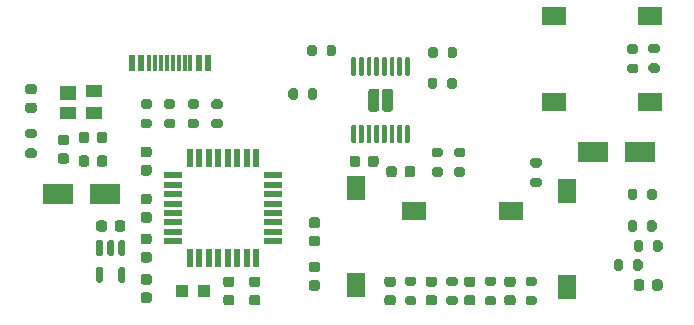
<source format=gbr>
G04 #@! TF.GenerationSoftware,KiCad,Pcbnew,(5.1.6-dirty)*
G04 #@! TF.CreationDate,2021-05-02T11:55:31+02:00*
G04 #@! TF.ProjectId,reva,72657661-2e6b-4696-9361-645f70636258,rev?*
G04 #@! TF.SameCoordinates,Original*
G04 #@! TF.FileFunction,Paste,Top*
G04 #@! TF.FilePolarity,Positive*
%FSLAX46Y46*%
G04 Gerber Fmt 4.6, Leading zero omitted, Abs format (unit mm)*
G04 Created by KiCad (PCBNEW (5.1.6-dirty)) date 2021-05-02 11:55:31*
%MOMM*%
%LPD*%
G01*
G04 APERTURE LIST*
%ADD10R,2.000000X1.500000*%
%ADD11R,1.500000X2.000000*%
%ADD12R,2.500000X1.800000*%
%ADD13R,1.400000X1.000000*%
%ADD14R,1.400000X1.200000*%
%ADD15R,1.050000X1.100000*%
%ADD16R,0.550000X1.450000*%
%ADD17R,0.500000X1.450000*%
%ADD18R,0.300000X1.450000*%
%ADD19R,1.600000X0.550000*%
%ADD20R,0.550000X1.600000*%
G04 APERTURE END LIST*
D10*
G04 #@! TO.C,SW1*
X157700000Y-95200000D03*
X165900000Y-95200000D03*
G04 #@! TD*
G04 #@! TO.C,R22*
G36*
G01*
X160500000Y-84700000D02*
X160500000Y-84150000D01*
G75*
G02*
X160700000Y-83950000I200000J0D01*
G01*
X161100000Y-83950000D01*
G75*
G02*
X161300000Y-84150000I0J-200000D01*
G01*
X161300000Y-84700000D01*
G75*
G02*
X161100000Y-84900000I-200000J0D01*
G01*
X160700000Y-84900000D01*
G75*
G02*
X160500000Y-84700000I0J200000D01*
G01*
G37*
G36*
G01*
X158850000Y-84700000D02*
X158850000Y-84150000D01*
G75*
G02*
X159050000Y-83950000I200000J0D01*
G01*
X159450000Y-83950000D01*
G75*
G02*
X159650000Y-84150000I0J-200000D01*
G01*
X159650000Y-84700000D01*
G75*
G02*
X159450000Y-84900000I-200000J0D01*
G01*
X159050000Y-84900000D01*
G75*
G02*
X158850000Y-84700000I0J200000D01*
G01*
G37*
G04 #@! TD*
G04 #@! TO.C,SW5*
X177700000Y-86000000D03*
X169500000Y-86000000D03*
G04 #@! TD*
G04 #@! TO.C,SW4*
X177700000Y-78750000D03*
X169500000Y-78750000D03*
G04 #@! TD*
D11*
G04 #@! TO.C,SW3*
X170600000Y-93500000D03*
X170600000Y-101700000D03*
G04 #@! TD*
G04 #@! TO.C,SW2*
X152800000Y-93300000D03*
X152800000Y-101500000D03*
G04 #@! TD*
G04 #@! TO.C,R21*
G36*
G01*
X177425000Y-94075000D02*
X177425000Y-93525000D01*
G75*
G02*
X177625000Y-93325000I200000J0D01*
G01*
X178025000Y-93325000D01*
G75*
G02*
X178225000Y-93525000I0J-200000D01*
G01*
X178225000Y-94075000D01*
G75*
G02*
X178025000Y-94275000I-200000J0D01*
G01*
X177625000Y-94275000D01*
G75*
G02*
X177425000Y-94075000I0J200000D01*
G01*
G37*
G36*
G01*
X175775000Y-94075000D02*
X175775000Y-93525000D01*
G75*
G02*
X175975000Y-93325000I200000J0D01*
G01*
X176375000Y-93325000D01*
G75*
G02*
X176575000Y-93525000I0J-200000D01*
G01*
X176575000Y-94075000D01*
G75*
G02*
X176375000Y-94275000I-200000J0D01*
G01*
X175975000Y-94275000D01*
G75*
G02*
X175775000Y-94075000I0J200000D01*
G01*
G37*
G04 #@! TD*
G04 #@! TO.C,R20*
G36*
G01*
X177425000Y-96775000D02*
X177425000Y-96225000D01*
G75*
G02*
X177625000Y-96025000I200000J0D01*
G01*
X178025000Y-96025000D01*
G75*
G02*
X178225000Y-96225000I0J-200000D01*
G01*
X178225000Y-96775000D01*
G75*
G02*
X178025000Y-96975000I-200000J0D01*
G01*
X177625000Y-96975000D01*
G75*
G02*
X177425000Y-96775000I0J200000D01*
G01*
G37*
G36*
G01*
X175775000Y-96775000D02*
X175775000Y-96225000D01*
G75*
G02*
X175975000Y-96025000I200000J0D01*
G01*
X176375000Y-96025000D01*
G75*
G02*
X176575000Y-96225000I0J-200000D01*
G01*
X176575000Y-96775000D01*
G75*
G02*
X176375000Y-96975000I-200000J0D01*
G01*
X175975000Y-96975000D01*
G75*
G02*
X175775000Y-96775000I0J200000D01*
G01*
G37*
G04 #@! TD*
G04 #@! TO.C,R19*
G36*
G01*
X124975000Y-89925000D02*
X125525000Y-89925000D01*
G75*
G02*
X125725000Y-90125000I0J-200000D01*
G01*
X125725000Y-90525000D01*
G75*
G02*
X125525000Y-90725000I-200000J0D01*
G01*
X124975000Y-90725000D01*
G75*
G02*
X124775000Y-90525000I0J200000D01*
G01*
X124775000Y-90125000D01*
G75*
G02*
X124975000Y-89925000I200000J0D01*
G01*
G37*
G36*
G01*
X124975000Y-88275000D02*
X125525000Y-88275000D01*
G75*
G02*
X125725000Y-88475000I0J-200000D01*
G01*
X125725000Y-88875000D01*
G75*
G02*
X125525000Y-89075000I-200000J0D01*
G01*
X124975000Y-89075000D01*
G75*
G02*
X124775000Y-88875000I0J200000D01*
G01*
X124775000Y-88475000D01*
G75*
G02*
X124975000Y-88275000I200000J0D01*
G01*
G37*
G04 #@! TD*
G04 #@! TO.C,R18*
G36*
G01*
X148700000Y-85600000D02*
X148700000Y-85050000D01*
G75*
G02*
X148900000Y-84850000I200000J0D01*
G01*
X149300000Y-84850000D01*
G75*
G02*
X149500000Y-85050000I0J-200000D01*
G01*
X149500000Y-85600000D01*
G75*
G02*
X149300000Y-85800000I-200000J0D01*
G01*
X148900000Y-85800000D01*
G75*
G02*
X148700000Y-85600000I0J200000D01*
G01*
G37*
G36*
G01*
X147050000Y-85600000D02*
X147050000Y-85050000D01*
G75*
G02*
X147250000Y-84850000I200000J0D01*
G01*
X147650000Y-84850000D01*
G75*
G02*
X147850000Y-85050000I0J-200000D01*
G01*
X147850000Y-85600000D01*
G75*
G02*
X147650000Y-85800000I-200000J0D01*
G01*
X147250000Y-85800000D01*
G75*
G02*
X147050000Y-85600000I0J200000D01*
G01*
G37*
G04 #@! TD*
G04 #@! TO.C,R17*
G36*
G01*
X178275000Y-81875000D02*
X177725000Y-81875000D01*
G75*
G02*
X177525000Y-81675000I0J200000D01*
G01*
X177525000Y-81275000D01*
G75*
G02*
X177725000Y-81075000I200000J0D01*
G01*
X178275000Y-81075000D01*
G75*
G02*
X178475000Y-81275000I0J-200000D01*
G01*
X178475000Y-81675000D01*
G75*
G02*
X178275000Y-81875000I-200000J0D01*
G01*
G37*
G36*
G01*
X178275000Y-83525000D02*
X177725000Y-83525000D01*
G75*
G02*
X177525000Y-83325000I0J200000D01*
G01*
X177525000Y-82925000D01*
G75*
G02*
X177725000Y-82725000I200000J0D01*
G01*
X178275000Y-82725000D01*
G75*
G02*
X178475000Y-82925000I0J-200000D01*
G01*
X178475000Y-83325000D01*
G75*
G02*
X178275000Y-83525000I-200000J0D01*
G01*
G37*
G04 #@! TD*
G04 #@! TO.C,R16*
G36*
G01*
X176225000Y-100075000D02*
X176225000Y-99525000D01*
G75*
G02*
X176425000Y-99325000I200000J0D01*
G01*
X176825000Y-99325000D01*
G75*
G02*
X177025000Y-99525000I0J-200000D01*
G01*
X177025000Y-100075000D01*
G75*
G02*
X176825000Y-100275000I-200000J0D01*
G01*
X176425000Y-100275000D01*
G75*
G02*
X176225000Y-100075000I0J200000D01*
G01*
G37*
G36*
G01*
X174575000Y-100075000D02*
X174575000Y-99525000D01*
G75*
G02*
X174775000Y-99325000I200000J0D01*
G01*
X175175000Y-99325000D01*
G75*
G02*
X175375000Y-99525000I0J-200000D01*
G01*
X175375000Y-100075000D01*
G75*
G02*
X175175000Y-100275000I-200000J0D01*
G01*
X174775000Y-100275000D01*
G75*
G02*
X174575000Y-100075000I0J200000D01*
G01*
G37*
G04 #@! TD*
G04 #@! TO.C,R15*
G36*
G01*
X149425000Y-81375000D02*
X149425000Y-81925000D01*
G75*
G02*
X149225000Y-82125000I-200000J0D01*
G01*
X148825000Y-82125000D01*
G75*
G02*
X148625000Y-81925000I0J200000D01*
G01*
X148625000Y-81375000D01*
G75*
G02*
X148825000Y-81175000I200000J0D01*
G01*
X149225000Y-81175000D01*
G75*
G02*
X149425000Y-81375000I0J-200000D01*
G01*
G37*
G36*
G01*
X151075000Y-81375000D02*
X151075000Y-81925000D01*
G75*
G02*
X150875000Y-82125000I-200000J0D01*
G01*
X150475000Y-82125000D01*
G75*
G02*
X150275000Y-81925000I0J200000D01*
G01*
X150275000Y-81375000D01*
G75*
G02*
X150475000Y-81175000I200000J0D01*
G01*
X150875000Y-81175000D01*
G75*
G02*
X151075000Y-81375000I0J-200000D01*
G01*
G37*
G04 #@! TD*
G04 #@! TO.C,R14*
G36*
G01*
X160525000Y-82075000D02*
X160525000Y-81525000D01*
G75*
G02*
X160725000Y-81325000I200000J0D01*
G01*
X161125000Y-81325000D01*
G75*
G02*
X161325000Y-81525000I0J-200000D01*
G01*
X161325000Y-82075000D01*
G75*
G02*
X161125000Y-82275000I-200000J0D01*
G01*
X160725000Y-82275000D01*
G75*
G02*
X160525000Y-82075000I0J200000D01*
G01*
G37*
G36*
G01*
X158875000Y-82075000D02*
X158875000Y-81525000D01*
G75*
G02*
X159075000Y-81325000I200000J0D01*
G01*
X159475000Y-81325000D01*
G75*
G02*
X159675000Y-81525000I0J-200000D01*
G01*
X159675000Y-82075000D01*
G75*
G02*
X159475000Y-82275000I-200000J0D01*
G01*
X159075000Y-82275000D01*
G75*
G02*
X158875000Y-82075000I0J200000D01*
G01*
G37*
G04 #@! TD*
G04 #@! TO.C,R13*
G36*
G01*
X177925000Y-98475000D02*
X177925000Y-97925000D01*
G75*
G02*
X178125000Y-97725000I200000J0D01*
G01*
X178525000Y-97725000D01*
G75*
G02*
X178725000Y-97925000I0J-200000D01*
G01*
X178725000Y-98475000D01*
G75*
G02*
X178525000Y-98675000I-200000J0D01*
G01*
X178125000Y-98675000D01*
G75*
G02*
X177925000Y-98475000I0J200000D01*
G01*
G37*
G36*
G01*
X176275000Y-98475000D02*
X176275000Y-97925000D01*
G75*
G02*
X176475000Y-97725000I200000J0D01*
G01*
X176875000Y-97725000D01*
G75*
G02*
X177075000Y-97925000I0J-200000D01*
G01*
X177075000Y-98475000D01*
G75*
G02*
X176875000Y-98675000I-200000J0D01*
G01*
X176475000Y-98675000D01*
G75*
G02*
X176275000Y-98475000I0J200000D01*
G01*
G37*
G04 #@! TD*
G04 #@! TO.C,R12*
G36*
G01*
X137275000Y-86575000D02*
X136725000Y-86575000D01*
G75*
G02*
X136525000Y-86375000I0J200000D01*
G01*
X136525000Y-85975000D01*
G75*
G02*
X136725000Y-85775000I200000J0D01*
G01*
X137275000Y-85775000D01*
G75*
G02*
X137475000Y-85975000I0J-200000D01*
G01*
X137475000Y-86375000D01*
G75*
G02*
X137275000Y-86575000I-200000J0D01*
G01*
G37*
G36*
G01*
X137275000Y-88225000D02*
X136725000Y-88225000D01*
G75*
G02*
X136525000Y-88025000I0J200000D01*
G01*
X136525000Y-87625000D01*
G75*
G02*
X136725000Y-87425000I200000J0D01*
G01*
X137275000Y-87425000D01*
G75*
G02*
X137475000Y-87625000I0J-200000D01*
G01*
X137475000Y-88025000D01*
G75*
G02*
X137275000Y-88225000I-200000J0D01*
G01*
G37*
G04 #@! TD*
G04 #@! TO.C,R11*
G36*
G01*
X139275000Y-86575000D02*
X138725000Y-86575000D01*
G75*
G02*
X138525000Y-86375000I0J200000D01*
G01*
X138525000Y-85975000D01*
G75*
G02*
X138725000Y-85775000I200000J0D01*
G01*
X139275000Y-85775000D01*
G75*
G02*
X139475000Y-85975000I0J-200000D01*
G01*
X139475000Y-86375000D01*
G75*
G02*
X139275000Y-86575000I-200000J0D01*
G01*
G37*
G36*
G01*
X139275000Y-88225000D02*
X138725000Y-88225000D01*
G75*
G02*
X138525000Y-88025000I0J200000D01*
G01*
X138525000Y-87625000D01*
G75*
G02*
X138725000Y-87425000I200000J0D01*
G01*
X139275000Y-87425000D01*
G75*
G02*
X139475000Y-87625000I0J-200000D01*
G01*
X139475000Y-88025000D01*
G75*
G02*
X139275000Y-88225000I-200000J0D01*
G01*
G37*
G04 #@! TD*
G04 #@! TO.C,R10*
G36*
G01*
X157675000Y-101575000D02*
X157125000Y-101575000D01*
G75*
G02*
X156925000Y-101375000I0J200000D01*
G01*
X156925000Y-100975000D01*
G75*
G02*
X157125000Y-100775000I200000J0D01*
G01*
X157675000Y-100775000D01*
G75*
G02*
X157875000Y-100975000I0J-200000D01*
G01*
X157875000Y-101375000D01*
G75*
G02*
X157675000Y-101575000I-200000J0D01*
G01*
G37*
G36*
G01*
X157675000Y-103225000D02*
X157125000Y-103225000D01*
G75*
G02*
X156925000Y-103025000I0J200000D01*
G01*
X156925000Y-102625000D01*
G75*
G02*
X157125000Y-102425000I200000J0D01*
G01*
X157675000Y-102425000D01*
G75*
G02*
X157875000Y-102625000I0J-200000D01*
G01*
X157875000Y-103025000D01*
G75*
G02*
X157675000Y-103225000I-200000J0D01*
G01*
G37*
G04 #@! TD*
G04 #@! TO.C,R9*
G36*
G01*
X161175000Y-101575000D02*
X160625000Y-101575000D01*
G75*
G02*
X160425000Y-101375000I0J200000D01*
G01*
X160425000Y-100975000D01*
G75*
G02*
X160625000Y-100775000I200000J0D01*
G01*
X161175000Y-100775000D01*
G75*
G02*
X161375000Y-100975000I0J-200000D01*
G01*
X161375000Y-101375000D01*
G75*
G02*
X161175000Y-101575000I-200000J0D01*
G01*
G37*
G36*
G01*
X161175000Y-103225000D02*
X160625000Y-103225000D01*
G75*
G02*
X160425000Y-103025000I0J200000D01*
G01*
X160425000Y-102625000D01*
G75*
G02*
X160625000Y-102425000I200000J0D01*
G01*
X161175000Y-102425000D01*
G75*
G02*
X161375000Y-102625000I0J-200000D01*
G01*
X161375000Y-103025000D01*
G75*
G02*
X161175000Y-103225000I-200000J0D01*
G01*
G37*
G04 #@! TD*
G04 #@! TO.C,R8*
G36*
G01*
X164425000Y-101575000D02*
X163875000Y-101575000D01*
G75*
G02*
X163675000Y-101375000I0J200000D01*
G01*
X163675000Y-100975000D01*
G75*
G02*
X163875000Y-100775000I200000J0D01*
G01*
X164425000Y-100775000D01*
G75*
G02*
X164625000Y-100975000I0J-200000D01*
G01*
X164625000Y-101375000D01*
G75*
G02*
X164425000Y-101575000I-200000J0D01*
G01*
G37*
G36*
G01*
X164425000Y-103225000D02*
X163875000Y-103225000D01*
G75*
G02*
X163675000Y-103025000I0J200000D01*
G01*
X163675000Y-102625000D01*
G75*
G02*
X163875000Y-102425000I200000J0D01*
G01*
X164425000Y-102425000D01*
G75*
G02*
X164625000Y-102625000I0J-200000D01*
G01*
X164625000Y-103025000D01*
G75*
G02*
X164425000Y-103225000I-200000J0D01*
G01*
G37*
G04 #@! TD*
G04 #@! TO.C,R7*
G36*
G01*
X167875000Y-101575000D02*
X167325000Y-101575000D01*
G75*
G02*
X167125000Y-101375000I0J200000D01*
G01*
X167125000Y-100975000D01*
G75*
G02*
X167325000Y-100775000I200000J0D01*
G01*
X167875000Y-100775000D01*
G75*
G02*
X168075000Y-100975000I0J-200000D01*
G01*
X168075000Y-101375000D01*
G75*
G02*
X167875000Y-101575000I-200000J0D01*
G01*
G37*
G36*
G01*
X167875000Y-103225000D02*
X167325000Y-103225000D01*
G75*
G02*
X167125000Y-103025000I0J200000D01*
G01*
X167125000Y-102625000D01*
G75*
G02*
X167325000Y-102425000I200000J0D01*
G01*
X167875000Y-102425000D01*
G75*
G02*
X168075000Y-102625000I0J-200000D01*
G01*
X168075000Y-103025000D01*
G75*
G02*
X167875000Y-103225000I-200000J0D01*
G01*
G37*
G04 #@! TD*
G04 #@! TO.C,R6*
G36*
G01*
X176475000Y-81900000D02*
X175925000Y-81900000D01*
G75*
G02*
X175725000Y-81700000I0J200000D01*
G01*
X175725000Y-81300000D01*
G75*
G02*
X175925000Y-81100000I200000J0D01*
G01*
X176475000Y-81100000D01*
G75*
G02*
X176675000Y-81300000I0J-200000D01*
G01*
X176675000Y-81700000D01*
G75*
G02*
X176475000Y-81900000I-200000J0D01*
G01*
G37*
G36*
G01*
X176475000Y-83550000D02*
X175925000Y-83550000D01*
G75*
G02*
X175725000Y-83350000I0J200000D01*
G01*
X175725000Y-82950000D01*
G75*
G02*
X175925000Y-82750000I200000J0D01*
G01*
X176475000Y-82750000D01*
G75*
G02*
X176675000Y-82950000I0J-200000D01*
G01*
X176675000Y-83350000D01*
G75*
G02*
X176475000Y-83550000I-200000J0D01*
G01*
G37*
G04 #@! TD*
G04 #@! TO.C,R5*
G36*
G01*
X140725000Y-87425000D02*
X141275000Y-87425000D01*
G75*
G02*
X141475000Y-87625000I0J-200000D01*
G01*
X141475000Y-88025000D01*
G75*
G02*
X141275000Y-88225000I-200000J0D01*
G01*
X140725000Y-88225000D01*
G75*
G02*
X140525000Y-88025000I0J200000D01*
G01*
X140525000Y-87625000D01*
G75*
G02*
X140725000Y-87425000I200000J0D01*
G01*
G37*
G36*
G01*
X140725000Y-85775000D02*
X141275000Y-85775000D01*
G75*
G02*
X141475000Y-85975000I0J-200000D01*
G01*
X141475000Y-86375000D01*
G75*
G02*
X141275000Y-86575000I-200000J0D01*
G01*
X140725000Y-86575000D01*
G75*
G02*
X140525000Y-86375000I0J200000D01*
G01*
X140525000Y-85975000D01*
G75*
G02*
X140725000Y-85775000I200000J0D01*
G01*
G37*
G04 #@! TD*
G04 #@! TO.C,R4*
G36*
G01*
X167725000Y-92400000D02*
X168275000Y-92400000D01*
G75*
G02*
X168475000Y-92600000I0J-200000D01*
G01*
X168475000Y-93000000D01*
G75*
G02*
X168275000Y-93200000I-200000J0D01*
G01*
X167725000Y-93200000D01*
G75*
G02*
X167525000Y-93000000I0J200000D01*
G01*
X167525000Y-92600000D01*
G75*
G02*
X167725000Y-92400000I200000J0D01*
G01*
G37*
G36*
G01*
X167725000Y-90750000D02*
X168275000Y-90750000D01*
G75*
G02*
X168475000Y-90950000I0J-200000D01*
G01*
X168475000Y-91350000D01*
G75*
G02*
X168275000Y-91550000I-200000J0D01*
G01*
X167725000Y-91550000D01*
G75*
G02*
X167525000Y-91350000I0J200000D01*
G01*
X167525000Y-90950000D01*
G75*
G02*
X167725000Y-90750000I200000J0D01*
G01*
G37*
G04 #@! TD*
G04 #@! TO.C,R3*
G36*
G01*
X134725000Y-87425000D02*
X135275000Y-87425000D01*
G75*
G02*
X135475000Y-87625000I0J-200000D01*
G01*
X135475000Y-88025000D01*
G75*
G02*
X135275000Y-88225000I-200000J0D01*
G01*
X134725000Y-88225000D01*
G75*
G02*
X134525000Y-88025000I0J200000D01*
G01*
X134525000Y-87625000D01*
G75*
G02*
X134725000Y-87425000I200000J0D01*
G01*
G37*
G36*
G01*
X134725000Y-85775000D02*
X135275000Y-85775000D01*
G75*
G02*
X135475000Y-85975000I0J-200000D01*
G01*
X135475000Y-86375000D01*
G75*
G02*
X135275000Y-86575000I-200000J0D01*
G01*
X134725000Y-86575000D01*
G75*
G02*
X134525000Y-86375000I0J200000D01*
G01*
X134525000Y-85975000D01*
G75*
G02*
X134725000Y-85775000I200000J0D01*
G01*
G37*
G04 #@! TD*
G04 #@! TO.C,R2*
G36*
G01*
X159375000Y-91525000D02*
X159925000Y-91525000D01*
G75*
G02*
X160125000Y-91725000I0J-200000D01*
G01*
X160125000Y-92125000D01*
G75*
G02*
X159925000Y-92325000I-200000J0D01*
G01*
X159375000Y-92325000D01*
G75*
G02*
X159175000Y-92125000I0J200000D01*
G01*
X159175000Y-91725000D01*
G75*
G02*
X159375000Y-91525000I200000J0D01*
G01*
G37*
G36*
G01*
X159375000Y-89875000D02*
X159925000Y-89875000D01*
G75*
G02*
X160125000Y-90075000I0J-200000D01*
G01*
X160125000Y-90475000D01*
G75*
G02*
X159925000Y-90675000I-200000J0D01*
G01*
X159375000Y-90675000D01*
G75*
G02*
X159175000Y-90475000I0J200000D01*
G01*
X159175000Y-90075000D01*
G75*
G02*
X159375000Y-89875000I200000J0D01*
G01*
G37*
G04 #@! TD*
G04 #@! TO.C,R1*
G36*
G01*
X161275000Y-91525000D02*
X161825000Y-91525000D01*
G75*
G02*
X162025000Y-91725000I0J-200000D01*
G01*
X162025000Y-92125000D01*
G75*
G02*
X161825000Y-92325000I-200000J0D01*
G01*
X161275000Y-92325000D01*
G75*
G02*
X161075000Y-92125000I0J200000D01*
G01*
X161075000Y-91725000D01*
G75*
G02*
X161275000Y-91525000I200000J0D01*
G01*
G37*
G36*
G01*
X161275000Y-89875000D02*
X161825000Y-89875000D01*
G75*
G02*
X162025000Y-90075000I0J-200000D01*
G01*
X162025000Y-90475000D01*
G75*
G02*
X161825000Y-90675000I-200000J0D01*
G01*
X161275000Y-90675000D01*
G75*
G02*
X161075000Y-90475000I0J200000D01*
G01*
X161075000Y-90075000D01*
G75*
G02*
X161275000Y-89875000I200000J0D01*
G01*
G37*
G04 #@! TD*
G04 #@! TO.C,FB2*
G36*
G01*
X149506250Y-100400000D02*
X148993750Y-100400000D01*
G75*
G02*
X148775000Y-100181250I0J218750D01*
G01*
X148775000Y-99743750D01*
G75*
G02*
X148993750Y-99525000I218750J0D01*
G01*
X149506250Y-99525000D01*
G75*
G02*
X149725000Y-99743750I0J-218750D01*
G01*
X149725000Y-100181250D01*
G75*
G02*
X149506250Y-100400000I-218750J0D01*
G01*
G37*
G36*
G01*
X149506250Y-101975000D02*
X148993750Y-101975000D01*
G75*
G02*
X148775000Y-101756250I0J218750D01*
G01*
X148775000Y-101318750D01*
G75*
G02*
X148993750Y-101100000I218750J0D01*
G01*
X149506250Y-101100000D01*
G75*
G02*
X149725000Y-101318750I0J-218750D01*
G01*
X149725000Y-101756250D01*
G75*
G02*
X149506250Y-101975000I-218750J0D01*
G01*
G37*
G04 #@! TD*
G04 #@! TO.C,FB1*
G36*
G01*
X128256250Y-89650000D02*
X127743750Y-89650000D01*
G75*
G02*
X127525000Y-89431250I0J218750D01*
G01*
X127525000Y-88993750D01*
G75*
G02*
X127743750Y-88775000I218750J0D01*
G01*
X128256250Y-88775000D01*
G75*
G02*
X128475000Y-88993750I0J-218750D01*
G01*
X128475000Y-89431250D01*
G75*
G02*
X128256250Y-89650000I-218750J0D01*
G01*
G37*
G36*
G01*
X128256250Y-91225000D02*
X127743750Y-91225000D01*
G75*
G02*
X127525000Y-91006250I0J218750D01*
G01*
X127525000Y-90568750D01*
G75*
G02*
X127743750Y-90350000I218750J0D01*
G01*
X128256250Y-90350000D01*
G75*
G02*
X128475000Y-90568750I0J-218750D01*
G01*
X128475000Y-91006250D01*
G75*
G02*
X128256250Y-91225000I-218750J0D01*
G01*
G37*
G04 #@! TD*
G04 #@! TO.C,D8*
G36*
G01*
X124993750Y-86062500D02*
X125506250Y-86062500D01*
G75*
G02*
X125725000Y-86281250I0J-218750D01*
G01*
X125725000Y-86718750D01*
G75*
G02*
X125506250Y-86937500I-218750J0D01*
G01*
X124993750Y-86937500D01*
G75*
G02*
X124775000Y-86718750I0J218750D01*
G01*
X124775000Y-86281250D01*
G75*
G02*
X124993750Y-86062500I218750J0D01*
G01*
G37*
G36*
G01*
X124993750Y-84487500D02*
X125506250Y-84487500D01*
G75*
G02*
X125725000Y-84706250I0J-218750D01*
G01*
X125725000Y-85143750D01*
G75*
G02*
X125506250Y-85362500I-218750J0D01*
G01*
X124993750Y-85362500D01*
G75*
G02*
X124775000Y-85143750I0J218750D01*
G01*
X124775000Y-84706250D01*
G75*
G02*
X124993750Y-84487500I218750J0D01*
G01*
G37*
G04 #@! TD*
D12*
G04 #@! TO.C,D7*
X176800000Y-90200000D03*
X172800000Y-90200000D03*
G04 #@! TD*
D13*
G04 #@! TO.C,D6*
X130600000Y-85050000D03*
X130600000Y-86950000D03*
X128400000Y-86950000D03*
D14*
X128400000Y-85230000D03*
G04 #@! TD*
G04 #@! TO.C,D5*
G36*
G01*
X155393750Y-102350000D02*
X155906250Y-102350000D01*
G75*
G02*
X156125000Y-102568750I0J-218750D01*
G01*
X156125000Y-103006250D01*
G75*
G02*
X155906250Y-103225000I-218750J0D01*
G01*
X155393750Y-103225000D01*
G75*
G02*
X155175000Y-103006250I0J218750D01*
G01*
X155175000Y-102568750D01*
G75*
G02*
X155393750Y-102350000I218750J0D01*
G01*
G37*
G36*
G01*
X155393750Y-100775000D02*
X155906250Y-100775000D01*
G75*
G02*
X156125000Y-100993750I0J-218750D01*
G01*
X156125000Y-101431250D01*
G75*
G02*
X155906250Y-101650000I-218750J0D01*
G01*
X155393750Y-101650000D01*
G75*
G02*
X155175000Y-101431250I0J218750D01*
G01*
X155175000Y-100993750D01*
G75*
G02*
X155393750Y-100775000I218750J0D01*
G01*
G37*
G04 #@! TD*
G04 #@! TO.C,D4*
G36*
G01*
X158893750Y-102350000D02*
X159406250Y-102350000D01*
G75*
G02*
X159625000Y-102568750I0J-218750D01*
G01*
X159625000Y-103006250D01*
G75*
G02*
X159406250Y-103225000I-218750J0D01*
G01*
X158893750Y-103225000D01*
G75*
G02*
X158675000Y-103006250I0J218750D01*
G01*
X158675000Y-102568750D01*
G75*
G02*
X158893750Y-102350000I218750J0D01*
G01*
G37*
G36*
G01*
X158893750Y-100775000D02*
X159406250Y-100775000D01*
G75*
G02*
X159625000Y-100993750I0J-218750D01*
G01*
X159625000Y-101431250D01*
G75*
G02*
X159406250Y-101650000I-218750J0D01*
G01*
X158893750Y-101650000D01*
G75*
G02*
X158675000Y-101431250I0J218750D01*
G01*
X158675000Y-100993750D01*
G75*
G02*
X158893750Y-100775000I218750J0D01*
G01*
G37*
G04 #@! TD*
G04 #@! TO.C,D3*
G36*
G01*
X162143750Y-102350000D02*
X162656250Y-102350000D01*
G75*
G02*
X162875000Y-102568750I0J-218750D01*
G01*
X162875000Y-103006250D01*
G75*
G02*
X162656250Y-103225000I-218750J0D01*
G01*
X162143750Y-103225000D01*
G75*
G02*
X161925000Y-103006250I0J218750D01*
G01*
X161925000Y-102568750D01*
G75*
G02*
X162143750Y-102350000I218750J0D01*
G01*
G37*
G36*
G01*
X162143750Y-100775000D02*
X162656250Y-100775000D01*
G75*
G02*
X162875000Y-100993750I0J-218750D01*
G01*
X162875000Y-101431250D01*
G75*
G02*
X162656250Y-101650000I-218750J0D01*
G01*
X162143750Y-101650000D01*
G75*
G02*
X161925000Y-101431250I0J218750D01*
G01*
X161925000Y-100993750D01*
G75*
G02*
X162143750Y-100775000I218750J0D01*
G01*
G37*
G04 #@! TD*
G04 #@! TO.C,D2*
G36*
G01*
X165543750Y-102350000D02*
X166056250Y-102350000D01*
G75*
G02*
X166275000Y-102568750I0J-218750D01*
G01*
X166275000Y-103006250D01*
G75*
G02*
X166056250Y-103225000I-218750J0D01*
G01*
X165543750Y-103225000D01*
G75*
G02*
X165325000Y-103006250I0J218750D01*
G01*
X165325000Y-102568750D01*
G75*
G02*
X165543750Y-102350000I218750J0D01*
G01*
G37*
G36*
G01*
X165543750Y-100775000D02*
X166056250Y-100775000D01*
G75*
G02*
X166275000Y-100993750I0J-218750D01*
G01*
X166275000Y-101431250D01*
G75*
G02*
X166056250Y-101650000I-218750J0D01*
G01*
X165543750Y-101650000D01*
G75*
G02*
X165325000Y-101431250I0J218750D01*
G01*
X165325000Y-100993750D01*
G75*
G02*
X165543750Y-100775000I218750J0D01*
G01*
G37*
G04 #@! TD*
D12*
G04 #@! TO.C,D1*
X127500000Y-93750000D03*
X131500000Y-93750000D03*
G04 #@! TD*
G04 #@! TO.C,C13*
G36*
G01*
X156875000Y-92150000D02*
X156875000Y-91650000D01*
G75*
G02*
X157100000Y-91425000I225000J0D01*
G01*
X157550000Y-91425000D01*
G75*
G02*
X157775000Y-91650000I0J-225000D01*
G01*
X157775000Y-92150000D01*
G75*
G02*
X157550000Y-92375000I-225000J0D01*
G01*
X157100000Y-92375000D01*
G75*
G02*
X156875000Y-92150000I0J225000D01*
G01*
G37*
G36*
G01*
X155325000Y-92150000D02*
X155325000Y-91650000D01*
G75*
G02*
X155550000Y-91425000I225000J0D01*
G01*
X156000000Y-91425000D01*
G75*
G02*
X156225000Y-91650000I0J-225000D01*
G01*
X156225000Y-92150000D01*
G75*
G02*
X156000000Y-92375000I-225000J0D01*
G01*
X155550000Y-92375000D01*
G75*
G02*
X155325000Y-92150000I0J225000D01*
G01*
G37*
G04 #@! TD*
G04 #@! TO.C,C12*
G36*
G01*
X153775000Y-91275000D02*
X153775000Y-90775000D01*
G75*
G02*
X154000000Y-90550000I225000J0D01*
G01*
X154450000Y-90550000D01*
G75*
G02*
X154675000Y-90775000I0J-225000D01*
G01*
X154675000Y-91275000D01*
G75*
G02*
X154450000Y-91500000I-225000J0D01*
G01*
X154000000Y-91500000D01*
G75*
G02*
X153775000Y-91275000I0J225000D01*
G01*
G37*
G36*
G01*
X152225000Y-91275000D02*
X152225000Y-90775000D01*
G75*
G02*
X152450000Y-90550000I225000J0D01*
G01*
X152900000Y-90550000D01*
G75*
G02*
X153125000Y-90775000I0J-225000D01*
G01*
X153125000Y-91275000D01*
G75*
G02*
X152900000Y-91500000I-225000J0D01*
G01*
X152450000Y-91500000D01*
G75*
G02*
X152225000Y-91275000I0J225000D01*
G01*
G37*
G04 #@! TD*
G04 #@! TO.C,C11*
G36*
G01*
X143950000Y-102325000D02*
X144450000Y-102325000D01*
G75*
G02*
X144675000Y-102550000I0J-225000D01*
G01*
X144675000Y-103000000D01*
G75*
G02*
X144450000Y-103225000I-225000J0D01*
G01*
X143950000Y-103225000D01*
G75*
G02*
X143725000Y-103000000I0J225000D01*
G01*
X143725000Y-102550000D01*
G75*
G02*
X143950000Y-102325000I225000J0D01*
G01*
G37*
G36*
G01*
X143950000Y-100775000D02*
X144450000Y-100775000D01*
G75*
G02*
X144675000Y-101000000I0J-225000D01*
G01*
X144675000Y-101450000D01*
G75*
G02*
X144450000Y-101675000I-225000J0D01*
G01*
X143950000Y-101675000D01*
G75*
G02*
X143725000Y-101450000I0J225000D01*
G01*
X143725000Y-101000000D01*
G75*
G02*
X143950000Y-100775000I225000J0D01*
G01*
G37*
G04 #@! TD*
G04 #@! TO.C,C10*
G36*
G01*
X149500000Y-96675000D02*
X149000000Y-96675000D01*
G75*
G02*
X148775000Y-96450000I0J225000D01*
G01*
X148775000Y-96000000D01*
G75*
G02*
X149000000Y-95775000I225000J0D01*
G01*
X149500000Y-95775000D01*
G75*
G02*
X149725000Y-96000000I0J-225000D01*
G01*
X149725000Y-96450000D01*
G75*
G02*
X149500000Y-96675000I-225000J0D01*
G01*
G37*
G36*
G01*
X149500000Y-98225000D02*
X149000000Y-98225000D01*
G75*
G02*
X148775000Y-98000000I0J225000D01*
G01*
X148775000Y-97550000D01*
G75*
G02*
X149000000Y-97325000I225000J0D01*
G01*
X149500000Y-97325000D01*
G75*
G02*
X149725000Y-97550000I0J-225000D01*
G01*
X149725000Y-98000000D01*
G75*
G02*
X149500000Y-98225000I-225000J0D01*
G01*
G37*
G04 #@! TD*
G04 #@! TO.C,C9*
G36*
G01*
X135250000Y-90675000D02*
X134750000Y-90675000D01*
G75*
G02*
X134525000Y-90450000I0J225000D01*
G01*
X134525000Y-90000000D01*
G75*
G02*
X134750000Y-89775000I225000J0D01*
G01*
X135250000Y-89775000D01*
G75*
G02*
X135475000Y-90000000I0J-225000D01*
G01*
X135475000Y-90450000D01*
G75*
G02*
X135250000Y-90675000I-225000J0D01*
G01*
G37*
G36*
G01*
X135250000Y-92225000D02*
X134750000Y-92225000D01*
G75*
G02*
X134525000Y-92000000I0J225000D01*
G01*
X134525000Y-91550000D01*
G75*
G02*
X134750000Y-91325000I225000J0D01*
G01*
X135250000Y-91325000D01*
G75*
G02*
X135475000Y-91550000I0J-225000D01*
G01*
X135475000Y-92000000D01*
G75*
G02*
X135250000Y-92225000I-225000J0D01*
G01*
G37*
G04 #@! TD*
G04 #@! TO.C,C8*
G36*
G01*
X135250000Y-94675000D02*
X134750000Y-94675000D01*
G75*
G02*
X134525000Y-94450000I0J225000D01*
G01*
X134525000Y-94000000D01*
G75*
G02*
X134750000Y-93775000I225000J0D01*
G01*
X135250000Y-93775000D01*
G75*
G02*
X135475000Y-94000000I0J-225000D01*
G01*
X135475000Y-94450000D01*
G75*
G02*
X135250000Y-94675000I-225000J0D01*
G01*
G37*
G36*
G01*
X135250000Y-96225000D02*
X134750000Y-96225000D01*
G75*
G02*
X134525000Y-96000000I0J225000D01*
G01*
X134525000Y-95550000D01*
G75*
G02*
X134750000Y-95325000I225000J0D01*
G01*
X135250000Y-95325000D01*
G75*
G02*
X135475000Y-95550000I0J-225000D01*
G01*
X135475000Y-96000000D01*
G75*
G02*
X135250000Y-96225000I-225000J0D01*
G01*
G37*
G04 #@! TD*
G04 #@! TO.C,C7*
G36*
G01*
X177825000Y-101750000D02*
X177825000Y-101250000D01*
G75*
G02*
X178050000Y-101025000I225000J0D01*
G01*
X178500000Y-101025000D01*
G75*
G02*
X178725000Y-101250000I0J-225000D01*
G01*
X178725000Y-101750000D01*
G75*
G02*
X178500000Y-101975000I-225000J0D01*
G01*
X178050000Y-101975000D01*
G75*
G02*
X177825000Y-101750000I0J225000D01*
G01*
G37*
G36*
G01*
X176275000Y-101750000D02*
X176275000Y-101250000D01*
G75*
G02*
X176500000Y-101025000I225000J0D01*
G01*
X176950000Y-101025000D01*
G75*
G02*
X177175000Y-101250000I0J-225000D01*
G01*
X177175000Y-101750000D01*
G75*
G02*
X176950000Y-101975000I-225000J0D01*
G01*
X176500000Y-101975000D01*
G75*
G02*
X176275000Y-101750000I0J225000D01*
G01*
G37*
G04 #@! TD*
G04 #@! TO.C,C6*
G36*
G01*
X141750000Y-102325000D02*
X142250000Y-102325000D01*
G75*
G02*
X142475000Y-102550000I0J-225000D01*
G01*
X142475000Y-103000000D01*
G75*
G02*
X142250000Y-103225000I-225000J0D01*
G01*
X141750000Y-103225000D01*
G75*
G02*
X141525000Y-103000000I0J225000D01*
G01*
X141525000Y-102550000D01*
G75*
G02*
X141750000Y-102325000I225000J0D01*
G01*
G37*
G36*
G01*
X141750000Y-100775000D02*
X142250000Y-100775000D01*
G75*
G02*
X142475000Y-101000000I0J-225000D01*
G01*
X142475000Y-101450000D01*
G75*
G02*
X142250000Y-101675000I-225000J0D01*
G01*
X141750000Y-101675000D01*
G75*
G02*
X141525000Y-101450000I0J225000D01*
G01*
X141525000Y-101000000D01*
G75*
G02*
X141750000Y-100775000I225000J0D01*
G01*
G37*
G04 #@! TD*
G04 #@! TO.C,C5*
G36*
G01*
X134750000Y-102125000D02*
X135250000Y-102125000D01*
G75*
G02*
X135475000Y-102350000I0J-225000D01*
G01*
X135475000Y-102800000D01*
G75*
G02*
X135250000Y-103025000I-225000J0D01*
G01*
X134750000Y-103025000D01*
G75*
G02*
X134525000Y-102800000I0J225000D01*
G01*
X134525000Y-102350000D01*
G75*
G02*
X134750000Y-102125000I225000J0D01*
G01*
G37*
G36*
G01*
X134750000Y-100575000D02*
X135250000Y-100575000D01*
G75*
G02*
X135475000Y-100800000I0J-225000D01*
G01*
X135475000Y-101250000D01*
G75*
G02*
X135250000Y-101475000I-225000J0D01*
G01*
X134750000Y-101475000D01*
G75*
G02*
X134525000Y-101250000I0J225000D01*
G01*
X134525000Y-100800000D01*
G75*
G02*
X134750000Y-100575000I225000J0D01*
G01*
G37*
G04 #@! TD*
G04 #@! TO.C,C4*
G36*
G01*
X135250000Y-98050000D02*
X134750000Y-98050000D01*
G75*
G02*
X134525000Y-97825000I0J225000D01*
G01*
X134525000Y-97375000D01*
G75*
G02*
X134750000Y-97150000I225000J0D01*
G01*
X135250000Y-97150000D01*
G75*
G02*
X135475000Y-97375000I0J-225000D01*
G01*
X135475000Y-97825000D01*
G75*
G02*
X135250000Y-98050000I-225000J0D01*
G01*
G37*
G36*
G01*
X135250000Y-99600000D02*
X134750000Y-99600000D01*
G75*
G02*
X134525000Y-99375000I0J225000D01*
G01*
X134525000Y-98925000D01*
G75*
G02*
X134750000Y-98700000I225000J0D01*
G01*
X135250000Y-98700000D01*
G75*
G02*
X135475000Y-98925000I0J-225000D01*
G01*
X135475000Y-99375000D01*
G75*
G02*
X135250000Y-99600000I-225000J0D01*
G01*
G37*
G04 #@! TD*
G04 #@! TO.C,C3*
G36*
G01*
X130825000Y-91250000D02*
X130825000Y-90750000D01*
G75*
G02*
X131050000Y-90525000I225000J0D01*
G01*
X131500000Y-90525000D01*
G75*
G02*
X131725000Y-90750000I0J-225000D01*
G01*
X131725000Y-91250000D01*
G75*
G02*
X131500000Y-91475000I-225000J0D01*
G01*
X131050000Y-91475000D01*
G75*
G02*
X130825000Y-91250000I0J225000D01*
G01*
G37*
G36*
G01*
X129275000Y-91250000D02*
X129275000Y-90750000D01*
G75*
G02*
X129500000Y-90525000I225000J0D01*
G01*
X129950000Y-90525000D01*
G75*
G02*
X130175000Y-90750000I0J-225000D01*
G01*
X130175000Y-91250000D01*
G75*
G02*
X129950000Y-91475000I-225000J0D01*
G01*
X129500000Y-91475000D01*
G75*
G02*
X129275000Y-91250000I0J225000D01*
G01*
G37*
G04 #@! TD*
G04 #@! TO.C,C2*
G36*
G01*
X130825000Y-89250000D02*
X130825000Y-88750000D01*
G75*
G02*
X131050000Y-88525000I225000J0D01*
G01*
X131500000Y-88525000D01*
G75*
G02*
X131725000Y-88750000I0J-225000D01*
G01*
X131725000Y-89250000D01*
G75*
G02*
X131500000Y-89475000I-225000J0D01*
G01*
X131050000Y-89475000D01*
G75*
G02*
X130825000Y-89250000I0J225000D01*
G01*
G37*
G36*
G01*
X129275000Y-89250000D02*
X129275000Y-88750000D01*
G75*
G02*
X129500000Y-88525000I225000J0D01*
G01*
X129950000Y-88525000D01*
G75*
G02*
X130175000Y-88750000I0J-225000D01*
G01*
X130175000Y-89250000D01*
G75*
G02*
X129950000Y-89475000I-225000J0D01*
G01*
X129500000Y-89475000D01*
G75*
G02*
X129275000Y-89250000I0J225000D01*
G01*
G37*
G04 #@! TD*
G04 #@! TO.C,C1*
G36*
G01*
X132325000Y-96750000D02*
X132325000Y-96250000D01*
G75*
G02*
X132550000Y-96025000I225000J0D01*
G01*
X133000000Y-96025000D01*
G75*
G02*
X133225000Y-96250000I0J-225000D01*
G01*
X133225000Y-96750000D01*
G75*
G02*
X133000000Y-96975000I-225000J0D01*
G01*
X132550000Y-96975000D01*
G75*
G02*
X132325000Y-96750000I0J225000D01*
G01*
G37*
G36*
G01*
X130775000Y-96750000D02*
X130775000Y-96250000D01*
G75*
G02*
X131000000Y-96025000I225000J0D01*
G01*
X131450000Y-96025000D01*
G75*
G02*
X131675000Y-96250000I0J-225000D01*
G01*
X131675000Y-96750000D01*
G75*
G02*
X131450000Y-96975000I-225000J0D01*
G01*
X131000000Y-96975000D01*
G75*
G02*
X130775000Y-96750000I0J225000D01*
G01*
G37*
G04 #@! TD*
D15*
G04 #@! TO.C,Y1*
X139925000Y-102000000D03*
X138075000Y-102000000D03*
G04 #@! TD*
G04 #@! TO.C,U3*
G36*
G01*
X132800000Y-99975000D02*
X133100000Y-99975000D01*
G75*
G02*
X133250000Y-100125000I0J-150000D01*
G01*
X133250000Y-101150000D01*
G75*
G02*
X133100000Y-101300000I-150000J0D01*
G01*
X132800000Y-101300000D01*
G75*
G02*
X132650000Y-101150000I0J150000D01*
G01*
X132650000Y-100125000D01*
G75*
G02*
X132800000Y-99975000I150000J0D01*
G01*
G37*
G36*
G01*
X130900000Y-99975000D02*
X131200000Y-99975000D01*
G75*
G02*
X131350000Y-100125000I0J-150000D01*
G01*
X131350000Y-101150000D01*
G75*
G02*
X131200000Y-101300000I-150000J0D01*
G01*
X130900000Y-101300000D01*
G75*
G02*
X130750000Y-101150000I0J150000D01*
G01*
X130750000Y-100125000D01*
G75*
G02*
X130900000Y-99975000I150000J0D01*
G01*
G37*
G36*
G01*
X130900000Y-97700000D02*
X131200000Y-97700000D01*
G75*
G02*
X131350000Y-97850000I0J-150000D01*
G01*
X131350000Y-98875000D01*
G75*
G02*
X131200000Y-99025000I-150000J0D01*
G01*
X130900000Y-99025000D01*
G75*
G02*
X130750000Y-98875000I0J150000D01*
G01*
X130750000Y-97850000D01*
G75*
G02*
X130900000Y-97700000I150000J0D01*
G01*
G37*
G36*
G01*
X131850000Y-97700000D02*
X132150000Y-97700000D01*
G75*
G02*
X132300000Y-97850000I0J-150000D01*
G01*
X132300000Y-98875000D01*
G75*
G02*
X132150000Y-99025000I-150000J0D01*
G01*
X131850000Y-99025000D01*
G75*
G02*
X131700000Y-98875000I0J150000D01*
G01*
X131700000Y-97850000D01*
G75*
G02*
X131850000Y-97700000I150000J0D01*
G01*
G37*
G36*
G01*
X132800000Y-97700000D02*
X133100000Y-97700000D01*
G75*
G02*
X133250000Y-97850000I0J-150000D01*
G01*
X133250000Y-98875000D01*
G75*
G02*
X133100000Y-99025000I-150000J0D01*
G01*
X132800000Y-99025000D01*
G75*
G02*
X132650000Y-98875000I0J150000D01*
G01*
X132650000Y-97850000D01*
G75*
G02*
X132800000Y-97700000I150000J0D01*
G01*
G37*
G04 #@! TD*
D16*
G04 #@! TO.C,USB1*
X133775000Y-82695000D03*
X140225000Y-82695000D03*
D17*
X134550000Y-82695000D03*
X139450000Y-82695000D03*
D18*
X138750000Y-82695000D03*
X135250000Y-82695000D03*
X138250000Y-82695000D03*
X135750000Y-82695000D03*
X137750000Y-82695000D03*
X136250000Y-82695000D03*
X136750000Y-82695000D03*
X137250000Y-82695000D03*
G04 #@! TD*
G04 #@! TO.C,U2*
G36*
G01*
X154037500Y-84860000D02*
X154502500Y-84860000D01*
G75*
G02*
X154735000Y-85092500I0J-232500D01*
G01*
X154735000Y-86607500D01*
G75*
G02*
X154502500Y-86840000I-232500J0D01*
G01*
X154037500Y-86840000D01*
G75*
G02*
X153805000Y-86607500I0J232500D01*
G01*
X153805000Y-85092500D01*
G75*
G02*
X154037500Y-84860000I232500J0D01*
G01*
G37*
G36*
G01*
X155197500Y-84860000D02*
X155662500Y-84860000D01*
G75*
G02*
X155895000Y-85092500I0J-232500D01*
G01*
X155895000Y-86607500D01*
G75*
G02*
X155662500Y-86840000I-232500J0D01*
G01*
X155197500Y-86840000D01*
G75*
G02*
X154965000Y-86607500I0J232500D01*
G01*
X154965000Y-85092500D01*
G75*
G02*
X155197500Y-84860000I232500J0D01*
G01*
G37*
G36*
G01*
X157025000Y-87925000D02*
X157225000Y-87925000D01*
G75*
G02*
X157325000Y-88025000I0J-100000D01*
G01*
X157325000Y-89400000D01*
G75*
G02*
X157225000Y-89500000I-100000J0D01*
G01*
X157025000Y-89500000D01*
G75*
G02*
X156925000Y-89400000I0J100000D01*
G01*
X156925000Y-88025000D01*
G75*
G02*
X157025000Y-87925000I100000J0D01*
G01*
G37*
G36*
G01*
X156375000Y-87925000D02*
X156575000Y-87925000D01*
G75*
G02*
X156675000Y-88025000I0J-100000D01*
G01*
X156675000Y-89400000D01*
G75*
G02*
X156575000Y-89500000I-100000J0D01*
G01*
X156375000Y-89500000D01*
G75*
G02*
X156275000Y-89400000I0J100000D01*
G01*
X156275000Y-88025000D01*
G75*
G02*
X156375000Y-87925000I100000J0D01*
G01*
G37*
G36*
G01*
X155725000Y-87925000D02*
X155925000Y-87925000D01*
G75*
G02*
X156025000Y-88025000I0J-100000D01*
G01*
X156025000Y-89400000D01*
G75*
G02*
X155925000Y-89500000I-100000J0D01*
G01*
X155725000Y-89500000D01*
G75*
G02*
X155625000Y-89400000I0J100000D01*
G01*
X155625000Y-88025000D01*
G75*
G02*
X155725000Y-87925000I100000J0D01*
G01*
G37*
G36*
G01*
X155075000Y-87925000D02*
X155275000Y-87925000D01*
G75*
G02*
X155375000Y-88025000I0J-100000D01*
G01*
X155375000Y-89400000D01*
G75*
G02*
X155275000Y-89500000I-100000J0D01*
G01*
X155075000Y-89500000D01*
G75*
G02*
X154975000Y-89400000I0J100000D01*
G01*
X154975000Y-88025000D01*
G75*
G02*
X155075000Y-87925000I100000J0D01*
G01*
G37*
G36*
G01*
X154425000Y-87925000D02*
X154625000Y-87925000D01*
G75*
G02*
X154725000Y-88025000I0J-100000D01*
G01*
X154725000Y-89400000D01*
G75*
G02*
X154625000Y-89500000I-100000J0D01*
G01*
X154425000Y-89500000D01*
G75*
G02*
X154325000Y-89400000I0J100000D01*
G01*
X154325000Y-88025000D01*
G75*
G02*
X154425000Y-87925000I100000J0D01*
G01*
G37*
G36*
G01*
X153775000Y-87925000D02*
X153975000Y-87925000D01*
G75*
G02*
X154075000Y-88025000I0J-100000D01*
G01*
X154075000Y-89400000D01*
G75*
G02*
X153975000Y-89500000I-100000J0D01*
G01*
X153775000Y-89500000D01*
G75*
G02*
X153675000Y-89400000I0J100000D01*
G01*
X153675000Y-88025000D01*
G75*
G02*
X153775000Y-87925000I100000J0D01*
G01*
G37*
G36*
G01*
X153125000Y-87925000D02*
X153325000Y-87925000D01*
G75*
G02*
X153425000Y-88025000I0J-100000D01*
G01*
X153425000Y-89400000D01*
G75*
G02*
X153325000Y-89500000I-100000J0D01*
G01*
X153125000Y-89500000D01*
G75*
G02*
X153025000Y-89400000I0J100000D01*
G01*
X153025000Y-88025000D01*
G75*
G02*
X153125000Y-87925000I100000J0D01*
G01*
G37*
G36*
G01*
X152475000Y-87925000D02*
X152675000Y-87925000D01*
G75*
G02*
X152775000Y-88025000I0J-100000D01*
G01*
X152775000Y-89400000D01*
G75*
G02*
X152675000Y-89500000I-100000J0D01*
G01*
X152475000Y-89500000D01*
G75*
G02*
X152375000Y-89400000I0J100000D01*
G01*
X152375000Y-88025000D01*
G75*
G02*
X152475000Y-87925000I100000J0D01*
G01*
G37*
G36*
G01*
X152475000Y-82200000D02*
X152675000Y-82200000D01*
G75*
G02*
X152775000Y-82300000I0J-100000D01*
G01*
X152775000Y-83675000D01*
G75*
G02*
X152675000Y-83775000I-100000J0D01*
G01*
X152475000Y-83775000D01*
G75*
G02*
X152375000Y-83675000I0J100000D01*
G01*
X152375000Y-82300000D01*
G75*
G02*
X152475000Y-82200000I100000J0D01*
G01*
G37*
G36*
G01*
X153125000Y-82200000D02*
X153325000Y-82200000D01*
G75*
G02*
X153425000Y-82300000I0J-100000D01*
G01*
X153425000Y-83675000D01*
G75*
G02*
X153325000Y-83775000I-100000J0D01*
G01*
X153125000Y-83775000D01*
G75*
G02*
X153025000Y-83675000I0J100000D01*
G01*
X153025000Y-82300000D01*
G75*
G02*
X153125000Y-82200000I100000J0D01*
G01*
G37*
G36*
G01*
X153775000Y-82200000D02*
X153975000Y-82200000D01*
G75*
G02*
X154075000Y-82300000I0J-100000D01*
G01*
X154075000Y-83675000D01*
G75*
G02*
X153975000Y-83775000I-100000J0D01*
G01*
X153775000Y-83775000D01*
G75*
G02*
X153675000Y-83675000I0J100000D01*
G01*
X153675000Y-82300000D01*
G75*
G02*
X153775000Y-82200000I100000J0D01*
G01*
G37*
G36*
G01*
X154425000Y-82200000D02*
X154625000Y-82200000D01*
G75*
G02*
X154725000Y-82300000I0J-100000D01*
G01*
X154725000Y-83675000D01*
G75*
G02*
X154625000Y-83775000I-100000J0D01*
G01*
X154425000Y-83775000D01*
G75*
G02*
X154325000Y-83675000I0J100000D01*
G01*
X154325000Y-82300000D01*
G75*
G02*
X154425000Y-82200000I100000J0D01*
G01*
G37*
G36*
G01*
X155075000Y-82200000D02*
X155275000Y-82200000D01*
G75*
G02*
X155375000Y-82300000I0J-100000D01*
G01*
X155375000Y-83675000D01*
G75*
G02*
X155275000Y-83775000I-100000J0D01*
G01*
X155075000Y-83775000D01*
G75*
G02*
X154975000Y-83675000I0J100000D01*
G01*
X154975000Y-82300000D01*
G75*
G02*
X155075000Y-82200000I100000J0D01*
G01*
G37*
G36*
G01*
X155725000Y-82200000D02*
X155925000Y-82200000D01*
G75*
G02*
X156025000Y-82300000I0J-100000D01*
G01*
X156025000Y-83675000D01*
G75*
G02*
X155925000Y-83775000I-100000J0D01*
G01*
X155725000Y-83775000D01*
G75*
G02*
X155625000Y-83675000I0J100000D01*
G01*
X155625000Y-82300000D01*
G75*
G02*
X155725000Y-82200000I100000J0D01*
G01*
G37*
G36*
G01*
X156375000Y-82200000D02*
X156575000Y-82200000D01*
G75*
G02*
X156675000Y-82300000I0J-100000D01*
G01*
X156675000Y-83675000D01*
G75*
G02*
X156575000Y-83775000I-100000J0D01*
G01*
X156375000Y-83775000D01*
G75*
G02*
X156275000Y-83675000I0J100000D01*
G01*
X156275000Y-82300000D01*
G75*
G02*
X156375000Y-82200000I100000J0D01*
G01*
G37*
G36*
G01*
X157025000Y-82200000D02*
X157225000Y-82200000D01*
G75*
G02*
X157325000Y-82300000I0J-100000D01*
G01*
X157325000Y-83675000D01*
G75*
G02*
X157225000Y-83775000I-100000J0D01*
G01*
X157025000Y-83775000D01*
G75*
G02*
X156925000Y-83675000I0J100000D01*
G01*
X156925000Y-82300000D01*
G75*
G02*
X157025000Y-82200000I100000J0D01*
G01*
G37*
G04 #@! TD*
D19*
G04 #@! TO.C,U1*
X137250000Y-97800000D03*
X137250000Y-97000000D03*
X137250000Y-96200000D03*
X137250000Y-95400000D03*
X137250000Y-94600000D03*
X137250000Y-93800000D03*
X137250000Y-93000000D03*
X137250000Y-92200000D03*
D20*
X138700000Y-90750000D03*
X139500000Y-90750000D03*
X140300000Y-90750000D03*
X141100000Y-90750000D03*
X141900000Y-90750000D03*
X142700000Y-90750000D03*
X143500000Y-90750000D03*
X144300000Y-90750000D03*
D19*
X145750000Y-92200000D03*
X145750000Y-93000000D03*
X145750000Y-93800000D03*
X145750000Y-94600000D03*
X145750000Y-95400000D03*
X145750000Y-96200000D03*
X145750000Y-97000000D03*
X145750000Y-97800000D03*
D20*
X144300000Y-99250000D03*
X143500000Y-99250000D03*
X142700000Y-99250000D03*
X141900000Y-99250000D03*
X141100000Y-99250000D03*
X140300000Y-99250000D03*
X139500000Y-99250000D03*
X138700000Y-99250000D03*
G04 #@! TD*
M02*

</source>
